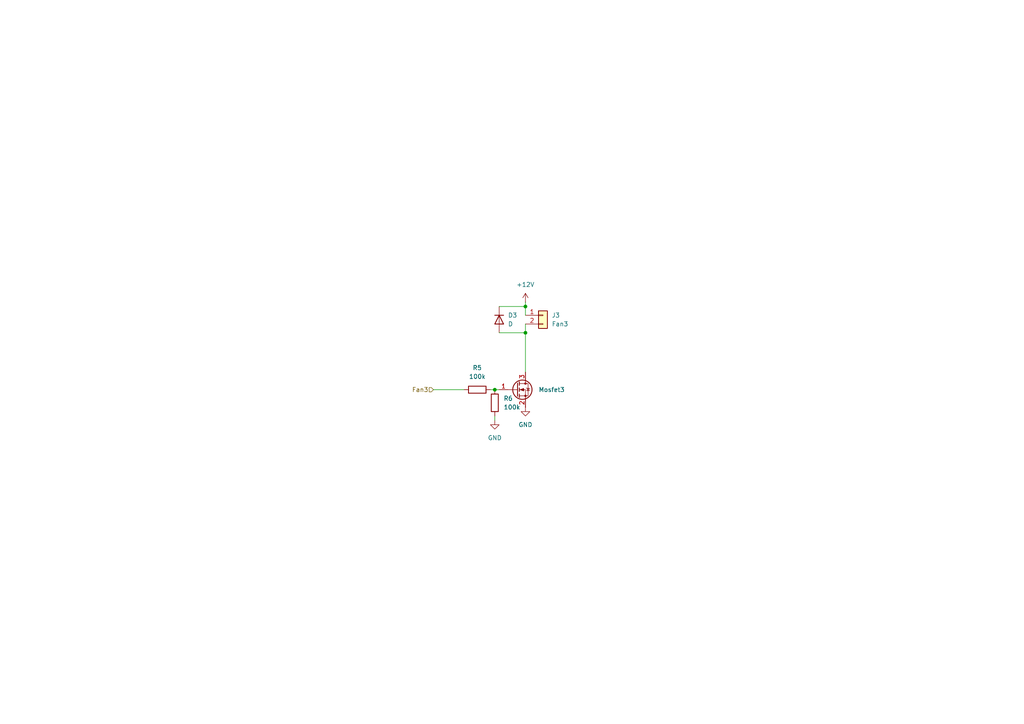
<source format=kicad_sch>
(kicad_sch (version 20231120) (generator "eeschema") (generator_version "8.0")
  (paper "A4")
  (lib_symbols
    (symbol "Connector_Generic:Conn_01x02" (pin_names (offset 1.016) hide)
      (property "Reference" "J" (at 0 2.54 0))
      (property "Value" "Conn_01x02" (at 0 -5.08 0))
      (symbol "Conn_01x02_1_1"
        (rectangle (start -1.27 -2.413) (end 0 -2.667) (stroke (width 0.1524)))
        (rectangle (start -1.27 0.127) (end 0 -0.127) (stroke (width 0.1524)))
        (rectangle (start -1.27 1.27) (end 1.27 -3.81) (stroke (width 0.254)) (fill (type background)))
        (pin passive line (at -5.08 0 0) (length 3.81) (name "Pin_1") (number "1"))
        (pin passive line (at -5.08 -2.54 0) (length 3.81) (name "Pin_2") (number "2"))
      )
    )
    (symbol "Device:D" (pin_numbers hide) (pin_names (offset 1.016) hide)
      (property "Reference" "D" (at 0 2.54 0))
      (property "Value" "D" (at 0 -2.54 0))
      (symbol "D_0_1"
        (polyline (pts (xy -1.27 1.27) (xy -1.27 -1.27)) (stroke (width 0.254)))
        (polyline (pts (xy 1.27 0) (xy -1.27 0)))
        (polyline (pts (xy 1.27 1.27) (xy 1.27 -1.27) (xy -1.27 0) (xy 1.27 1.27)) (stroke (width 0.254)))
      )
      (symbol "D_1_1"
        (pin passive line (at -3.81 0 0) (length 2.54) (name "K") (number "1"))
        (pin passive line (at 3.81 0 180) (length 2.54) (name "A") (number "2"))
      )
    )
    (symbol "Device:R" (pin_numbers hide) (pin_names (offset 0))
      (property "Reference" "R" (at 2.032 0 90))
      (property "Value" "R" (at 0 0 90))
      (symbol "R_0_1"
        (rectangle (start -1.016 -2.54) (end 1.016 2.54) (stroke (width 0.254)))
      )
      (symbol "R_1_1"
        (pin passive line (at 0 3.81 270) (length 1.27) (name "~") (number "1"))
        (pin passive line (at 0 -3.81 90) (length 1.27) (name "~") (number "2"))
      )
    )
    (symbol "Transistor_FET:IRLML0030" (pin_names hide)
      (property "Reference" "Q" (at 5.08 1.905 0))
      (property "Value" "IRLML0030" (at 5.08 0 0))
      (symbol "IRLML0030_0_1"
        (polyline (pts (xy 0.254 0) (xy -2.54 0)))
        (polyline (pts (xy 0.254 1.905) (xy 0.254 -1.905)) (stroke (width 0.254)))
        (polyline (pts (xy 0.762 -1.27) (xy 0.762 -2.286)) (stroke (width 0.254)))
        (polyline (pts (xy 0.762 0.508) (xy 0.762 -0.508)) (stroke (width 0.254)))
        (polyline (pts (xy 0.762 2.286) (xy 0.762 1.27)) (stroke (width 0.254)))
        (polyline (pts (xy 2.54 2.54) (xy 2.54 1.778)))
        (polyline (pts (xy 2.54 -2.54) (xy 2.54 0) (xy 0.762 0)))
        (polyline (pts (xy 0.762 -1.778) (xy 3.302 -1.778) (xy 3.302 1.778) (xy 0.762 1.778)))
        (polyline (pts (xy 1.016 0) (xy 2.032 0.381) (xy 2.032 -0.381) (xy 1.016 0)) (fill (type outline)))
        (polyline (pts (xy 2.794 0.508) (xy 2.921 0.381) (xy 3.683 0.381) (xy 3.81 0.254)))
        (polyline (pts (xy 3.302 0.381) (xy 2.921 -0.254) (xy 3.683 -0.254) (xy 3.302 0.381)))
        (circle (center 1.651 0) (radius 2.794) (stroke (width 0.254)))
        (circle (center 2.54 -1.778) (radius 0.254) (fill (type outline)))
        (circle (center 2.54 1.778) (radius 0.254) (fill (type outline)))
      )
      (symbol "IRLML0030_1_1"
        (pin input line (at -5.08 0 0) (length 2.54) (name "G") (number "1"))
        (pin passive line (at 2.54 -5.08 90) (length 2.54) (name "S") (number "2"))
        (pin passive line (at 2.54 5.08 270) (length 2.54) (name "D") (number "3"))
      )
    )
    (symbol "power:+12V" (power) (pin_numbers hide) (pin_names (offset 0) hide)
      (property "Value" "+12V" (at 0 3.556 0))
      (symbol "+12V_0_1"
        (polyline (pts (xy -0.762 1.27) (xy 0 2.54)))
        (polyline (pts (xy 0 0) (xy 0 2.54)))
        (polyline (pts (xy 0 2.54) (xy 0.762 1.27)))
      )
      (symbol "+12V_1_1"
        (pin power_in line (at 0 0 90) (length 0) (name "~") (number "1"))
      )
    )
    (symbol "power:GND" (power) (pin_numbers hide) (pin_names (offset 0) hide)
      (property "Value" "GND" (at 0 -3.81 0))
      (symbol "GND_0_1"
        (polyline (pts (xy 0 0) (xy 0 -1.27) (xy 1.27 -1.27) (xy 0 -2.54) (xy -1.27 -1.27) (xy 0 -1.27)))
      )
      (symbol "GND_1_1"
        (pin power_in line (at 0 0 270) (length 0) (name "~") (number "1"))
      )
    )
  )
  (junction (at 152.4 88.9))
  (junction (at 143.51 113.03))
  (junction (at 152.4 96.52))
  (wire (pts (xy 144.78 96.52) (xy 152.4 96.52)))
  (wire (pts (xy 143.51 120.65) (xy 143.51 121.92)))
  (wire (pts (xy 134.62 113.03) (xy 125.73 113.03)))
  (wire (pts (xy 144.78 88.9) (xy 152.4 88.9)))
  (wire (pts (xy 142.24 113.03) (xy 143.51 113.03)))
  (wire (pts (xy 152.4 88.9) (xy 152.4 91.44)))
  (wire (pts (xy 152.4 93.98) (xy 152.4 96.52)))
  (wire (pts (xy 152.4 87.63) (xy 152.4 88.9)))
  (wire (pts (xy 152.4 96.52) (xy 152.4 107.95)))
  (wire (pts (xy 143.51 113.03) (xy 144.78 113.03)))
  (hierarchical_label "Fan3" (shape input) (at 125.73 113.03 180))
  (symbol (lib_id "Transistor_FET:IRLML0030") (at 149.86 113.03 0) (unit 1)
    (property "Reference" "Mosfet3" (at 156.21 113.0299 0) (effects (justify left)))
    (property "Value" "IRLML0030" (effects (hide yes)))
    (property "Footprint" "Package_TO_SOT_SMD:SOT-23" (effects (hide yes)))
    (property "Datasheet" "https://www.infineon.com/dgdl/irlml0030pbf.pdf?fileId=5546d462533600a401535664773825df" (effects (hide yes)))
    (property "Description" "5.3A Id, 30V Vds, 27mOhm Rds, N-Channel HEXFET Power MOSFET, SOT-23" (effects (hide yes)))
  )
  (symbol (lib_id "power:GND") (at 143.51 121.92 0) (mirror y) (unit 1)
    (property "Reference" "#PWR07" (effects (hide yes)))
    (property "Value" "GND" (at 143.51 127 0))
    (property "Description" "Power symbol creates a global label with name \"GND\" , ground" (effects (hide yes)))
  )
  (symbol (lib_id "Connector_Generic:Conn_01x02") (at 157.48 91.44 0) (unit 1)
    (property "Reference" "J3" (at 160.02 91.4399 0) (effects (justify left)))
    (property "Value" "Fan3" (at 160.02 93.9799 0) (effects (justify left)))
    (property "Footprint" "Connector:Molex_MicroFit3.0_1x2xP3.00mm_PolarizingPeg_Vertical" (effects (hide yes)))
    (property "Description" "Generic connector, single row, 01x02, script generated (kicad-library-utils/schlib/autogen/connector/)" (effects (hide yes)))
  )
  (symbol (lib_id "Device:D") (at 144.78 92.71 270) (unit 1)
    (property "Reference" "D3" (at 147.32 91.4399 90) (effects (justify left)))
    (property "Value" "D" (at 147.32 93.9799 90) (effects (justify left)))
    (property "Footprint" "Diode_SMD:D_0805_2012Metric" (effects (hide yes)))
    (property "Description" "Diode" (effects (hide yes)))
    (property "Sim.Device" "D" (effects (hide yes)))
    (property "Sim.Pins" "1=K 2=A" (effects (hide yes)))
  )
  (symbol (lib_id "Device:R") (at 138.43 113.03 90) (mirror x) (unit 1)
    (property "Reference" "R5" (at 138.43 106.68 90))
    (property "Value" "100k" (at 138.43 109.22 90))
    (property "Footprint" "Resistor_SMD:R_0805_2012Metric" (effects (hide yes)))
    (property "Description" "Resistor" (effects (hide yes)))
  )
  (symbol (lib_id "power:GND") (at 152.4 118.11 0) (mirror y) (unit 1)
    (property "Reference" "#PWR09" (effects (hide yes)))
    (property "Value" "GND" (at 152.4 123.19 0))
    (property "Description" "Power symbol creates a global label with name \"GND\" , ground" (effects (hide yes)))
  )
  (symbol (lib_id "Device:R") (at 143.51 116.84 0) (mirror y) (unit 1)
    (property "Reference" "R6" (at 146.05 115.5699 0) (effects (justify right)))
    (property "Value" "100k" (at 146.05 118.1099 0) (effects (justify right)))
    (property "Footprint" "Resistor_SMD:R_0805_2012Metric" (effects (hide yes)))
    (property "Description" "Resistor" (effects (hide yes)))
  )
  (symbol (lib_id "power:+12V") (at 152.4 87.63 0) (unit 1)
    (property "Reference" "#PWR08" (effects (hide yes)))
    (property "Value" "+12V" (at 152.4 82.55 0))
    (property "Description" "Power symbol creates a global label with name \"+12V\"" (effects (hide yes)))
  )
)
</source>
